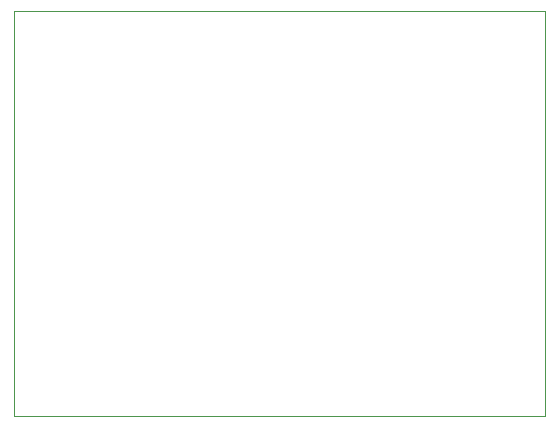
<source format=gbr>
%TF.GenerationSoftware,KiCad,Pcbnew,(5.1.10-1-10_14)*%
%TF.CreationDate,2021-10-02T01:03:44-04:00*%
%TF.ProjectId,microcode-eeprom,6d696372-6f63-46f6-9465-2d656570726f,rev?*%
%TF.SameCoordinates,Original*%
%TF.FileFunction,Profile,NP*%
%FSLAX46Y46*%
G04 Gerber Fmt 4.6, Leading zero omitted, Abs format (unit mm)*
G04 Created by KiCad (PCBNEW (5.1.10-1-10_14)) date 2021-10-02 01:03:44*
%MOMM*%
%LPD*%
G01*
G04 APERTURE LIST*
%TA.AperFunction,Profile*%
%ADD10C,0.050000*%
%TD*%
G04 APERTURE END LIST*
D10*
X97790000Y-116586000D02*
X98044000Y-116586000D01*
X97790000Y-116078000D02*
X97790000Y-116586000D01*
X142748000Y-116078000D02*
X142748000Y-116586000D01*
X97790000Y-82296000D02*
X98044000Y-82296000D01*
X142748000Y-82296000D02*
X142748000Y-82804000D01*
X97790000Y-82296000D02*
X97790000Y-82804000D01*
X97790000Y-114300000D02*
X97790000Y-116078000D01*
X142748000Y-114300000D02*
X142748000Y-116078000D01*
X97790000Y-82804000D02*
X97790000Y-84836000D01*
X142748000Y-82804000D02*
X142748000Y-84836000D01*
X142748000Y-82296000D02*
X120396000Y-82296000D01*
X142748000Y-114300000D02*
X142748000Y-84836000D01*
X98044000Y-116586000D02*
X142748000Y-116586000D01*
X97790000Y-84836000D02*
X97790000Y-114300000D01*
X120396000Y-82296000D02*
X98044000Y-82296000D01*
M02*

</source>
